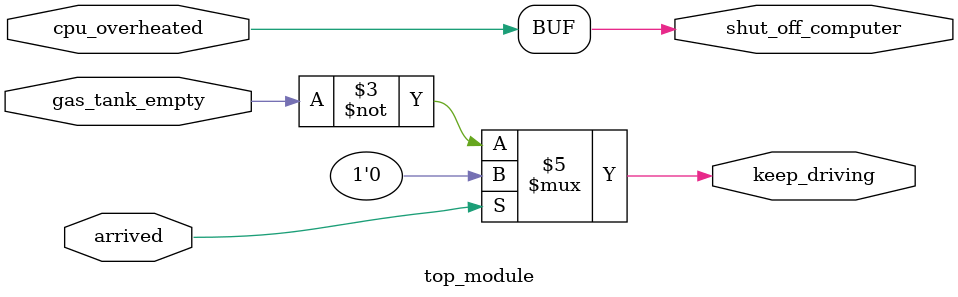
<source format=v>
module top_module (
    input      cpu_overheated,
    output reg shut_off_computer,
    input      arrived,
    input      gas_tank_empty,
    output reg keep_driving  ); //

    always @(*) begin
	       shut_off_computer = cpu_overheated;
    end

    always @(*) begin
        if (arrived) begin
           keep_driving = 0;
        end 
        else begin
       	   keep_driving = ~gas_tank_empty;
        end   
    end
endmodule

</source>
